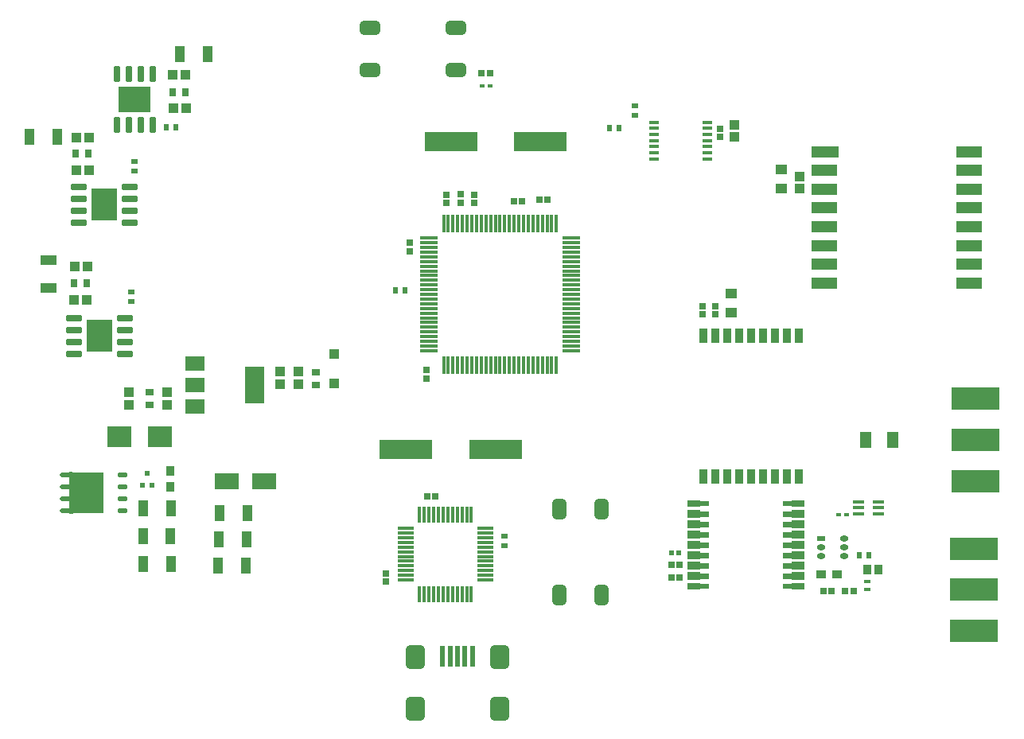
<source format=gtp>
G04*
G04 #@! TF.GenerationSoftware,Altium Limited,Altium Designer,24.10.1 (45)*
G04*
G04 Layer_Color=8421504*
%FSLAX25Y25*%
%MOIN*%
G70*
G04*
G04 #@! TF.SameCoordinates,2D4B152F-DA3A-4926-AC14-268B840A774E*
G04*
G04*
G04 #@! TF.FilePolarity,Positive*
G04*
G01*
G75*
%ADD20R,0.02268X0.02661*%
%ADD21R,0.04236X0.03842*%
%ADD22R,0.04236X0.01677*%
%ADD23R,0.02661X0.02268*%
%ADD24R,0.02819X0.02661*%
%ADD25R,0.19984X0.09315*%
%ADD26R,0.20299X0.09807*%
%ADD27R,0.05024X0.06795*%
%ADD28R,0.03700X0.06300*%
%ADD29R,0.21953X0.08173*%
%ADD30O,0.07386X0.01480*%
%ADD31O,0.01480X0.07386*%
%ADD32R,0.01480X0.06992*%
%ADD33R,0.06992X0.01480*%
%ADD34R,0.02661X0.02819*%
%ADD35R,0.02268X0.09158*%
%ADD36R,0.08173X0.15260*%
%ADD37R,0.08173X0.06205*%
G04:AMPARAMS|DCode=38|XSize=58.11mil|YSize=85.67mil|CornerRadius=15.28mil|HoleSize=0mil|Usage=FLASHONLY|Rotation=90.000|XOffset=0mil|YOffset=0mil|HoleType=Round|Shape=RoundedRectangle|*
%AMROUNDEDRECTD38*
21,1,0.05811,0.05512,0,0,90.0*
21,1,0.02756,0.08567,0,0,90.0*
1,1,0.03055,0.02756,0.01378*
1,1,0.03055,0.02756,-0.01378*
1,1,0.03055,-0.02756,-0.01378*
1,1,0.03055,-0.02756,0.01378*
%
%ADD38ROUNDEDRECTD38*%
%ADD39R,0.03842X0.04236*%
%ADD40R,0.05024X0.04236*%
%ADD41O,0.03449X0.02465*%
%ADD42R,0.03449X0.02465*%
%ADD43R,0.03449X0.03842*%
%ADD44R,0.01874X0.01480*%
%ADD45R,0.04899X0.01699*%
%ADD46R,0.02858X0.01677*%
%ADD47R,0.03842X0.03449*%
%ADD48R,0.01874X0.02268*%
%ADD49R,0.04433X0.06598*%
G04:AMPARAMS|DCode=50|XSize=64.02mil|YSize=26.61mil|CornerRadius=2.09mil|HoleSize=0mil|Usage=FLASHONLY|Rotation=180.000|XOffset=0mil|YOffset=0mil|HoleType=Round|Shape=RoundedRectangle|*
%AMROUNDEDRECTD50*
21,1,0.06402,0.02244,0,0,180.0*
21,1,0.05984,0.02661,0,0,180.0*
1,1,0.00417,-0.02992,0.01122*
1,1,0.00417,0.02992,0.01122*
1,1,0.00417,0.02992,-0.01122*
1,1,0.00417,-0.02992,-0.01122*
%
%ADD50ROUNDEDRECTD50*%
G04:AMPARAMS|DCode=51|XSize=64.02mil|YSize=26.61mil|CornerRadius=2.09mil|HoleSize=0mil|Usage=FLASHONLY|Rotation=90.000|XOffset=0mil|YOffset=0mil|HoleType=Round|Shape=RoundedRectangle|*
%AMROUNDEDRECTD51*
21,1,0.06402,0.02244,0,0,90.0*
21,1,0.05984,0.02661,0,0,90.0*
1,1,0.00417,0.01122,0.02992*
1,1,0.00417,0.01122,-0.02992*
1,1,0.00417,-0.01122,-0.02992*
1,1,0.00417,-0.01122,0.02992*
%
%ADD51ROUNDEDRECTD51*%
%ADD52R,0.06598X0.04433*%
%ADD53R,0.02858X0.03449*%
G04:AMPARAMS|DCode=54|XSize=81.73mil|YSize=101.42mil|CornerRadius=21.18mil|HoleSize=0mil|Usage=FLASHONLY|Rotation=0.000|XOffset=0mil|YOffset=0mil|HoleType=Round|Shape=RoundedRectangle|*
%AMROUNDEDRECTD54*
21,1,0.08173,0.05906,0,0,0.0*
21,1,0.03937,0.10142,0,0,0.0*
1,1,0.04236,0.01968,-0.02953*
1,1,0.04236,-0.01968,-0.02953*
1,1,0.04236,-0.01968,0.02953*
1,1,0.04236,0.01968,0.02953*
%
%ADD54ROUNDEDRECTD54*%
%ADD55R,0.03449X0.02858*%
%ADD56R,0.04039X0.03842*%
%ADD57R,0.09945X0.08764*%
%ADD58R,0.01874X0.02307*%
%ADD59R,0.10142X0.06992*%
%ADD60O,0.04236X0.02268*%
%ADD61O,0.05811X0.02268*%
%ADD62R,0.10535X0.04630*%
%ADD63R,0.11323X0.04630*%
G04:AMPARAMS|DCode=64|XSize=58.11mil|YSize=85.67mil|CornerRadius=15.28mil|HoleSize=0mil|Usage=FLASHONLY|Rotation=180.000|XOffset=0mil|YOffset=0mil|HoleType=Round|Shape=RoundedRectangle|*
%AMROUNDEDRECTD64*
21,1,0.05811,0.05512,0,0,180.0*
21,1,0.02756,0.08567,0,0,180.0*
1,1,0.03055,-0.01378,0.02756*
1,1,0.03055,0.01378,0.02756*
1,1,0.03055,0.01378,-0.02756*
1,1,0.03055,-0.01378,-0.02756*
%
%ADD64ROUNDEDRECTD64*%
G36*
X67421Y259429D02*
X54035D01*
Y270098D01*
X67421D01*
Y259429D01*
D02*
G37*
G36*
X53268Y213878D02*
X42598D01*
Y227264D01*
X53268D01*
Y213878D01*
D02*
G37*
G36*
X51398Y158957D02*
X40728D01*
Y172343D01*
X51398D01*
Y158957D01*
D02*
G37*
G36*
X341437Y93898D02*
X335925D01*
Y94291D01*
X332382D01*
Y96260D01*
X335925D01*
Y96654D01*
X341437D01*
Y93898D01*
D02*
G37*
G36*
X297736Y96260D02*
X301279D01*
Y94291D01*
X297736D01*
Y93898D01*
X292224D01*
Y96654D01*
X297736D01*
Y96260D01*
D02*
G37*
G36*
X34558Y108594D02*
X34569Y108594D01*
X34573Y108593D01*
X34577Y108592D01*
X34587Y108589D01*
X34598Y108586D01*
X34601Y108585D01*
X34605Y108584D01*
X34615Y108579D01*
X34624Y108574D01*
X34628Y108572D01*
X34631Y108570D01*
X34639Y108563D01*
X34648Y108556D01*
X34738Y108475D01*
X34935Y108343D01*
X35151Y108254D01*
X35384Y108207D01*
X35501Y108202D01*
X47539D01*
X47569Y108199D01*
X47597Y108190D01*
X47623Y108176D01*
X47646Y108158D01*
X47664Y108135D01*
X47678Y108109D01*
X47687Y108080D01*
X47690Y108051D01*
Y91516D01*
X47687Y91486D01*
X47678Y91458D01*
X47664Y91432D01*
X47646Y91409D01*
X47623Y91391D01*
X47597Y91377D01*
X47569Y91368D01*
X47539Y91365D01*
X35501D01*
X35384Y91360D01*
X35151Y91313D01*
X34935Y91224D01*
X34738Y91092D01*
X34648Y91011D01*
X34639Y91004D01*
X34631Y90997D01*
X34628Y90995D01*
X34624Y90993D01*
X34615Y90988D01*
X34605Y90983D01*
X34601Y90982D01*
X34598Y90980D01*
X34587Y90978D01*
X34577Y90975D01*
X34573Y90974D01*
X34569Y90973D01*
X34558Y90973D01*
X34547Y90972D01*
X33366Y90972D01*
X33337Y90975D01*
X33309Y90983D01*
X33283Y90997D01*
X33260Y91016D01*
X33241Y91039D01*
X33227Y91065D01*
X33219Y91093D01*
X33216Y91122D01*
Y108445D01*
X33219Y108474D01*
X33227Y108502D01*
X33241Y108528D01*
X33260Y108551D01*
X33283Y108570D01*
X33309Y108584D01*
X33337Y108592D01*
X33366Y108595D01*
X34547D01*
X34558Y108594D01*
D02*
G37*
G36*
X341437Y89370D02*
X335925D01*
Y89764D01*
X332382D01*
Y92126D01*
X335925D01*
Y92520D01*
X341437D01*
Y89370D01*
D02*
G37*
G36*
X297736Y92126D02*
X301279D01*
Y89764D01*
X297736D01*
Y89370D01*
X292224D01*
Y92520D01*
X297736D01*
Y92126D01*
D02*
G37*
G36*
X341437Y85039D02*
X335925D01*
Y85433D01*
X332382D01*
Y87795D01*
X335925D01*
Y88189D01*
X341437D01*
Y85039D01*
D02*
G37*
G36*
X297736Y87795D02*
X301279D01*
Y85433D01*
X297736D01*
Y85039D01*
X292224D01*
Y88189D01*
X297736D01*
Y87795D01*
D02*
G37*
G36*
X341437Y80709D02*
X335925D01*
Y81102D01*
X332382D01*
Y83465D01*
X335925D01*
Y83858D01*
X341437D01*
Y80709D01*
D02*
G37*
G36*
X297736Y83465D02*
X301279D01*
Y81102D01*
X297736D01*
Y80709D01*
X292224D01*
Y83858D01*
X297736D01*
Y83465D01*
D02*
G37*
G36*
X341437Y76378D02*
X335925D01*
Y76772D01*
X332382D01*
Y79134D01*
X335925D01*
Y79528D01*
X341437D01*
Y76378D01*
D02*
G37*
G36*
X297736Y79134D02*
X301279D01*
Y76772D01*
X297736D01*
Y76378D01*
X292224D01*
Y79528D01*
X297736D01*
Y79134D01*
D02*
G37*
G36*
X341437Y72047D02*
X335925D01*
Y72441D01*
X332382D01*
Y74803D01*
X335925D01*
Y75197D01*
X341437D01*
Y72047D01*
D02*
G37*
G36*
X297736Y74803D02*
X301279D01*
Y72441D01*
X297736D01*
Y72047D01*
X292224D01*
Y75197D01*
X297736D01*
Y74803D01*
D02*
G37*
G36*
X341437Y67717D02*
X335925D01*
Y68110D01*
X332382D01*
Y70473D01*
X335925D01*
Y70866D01*
X341437D01*
Y67717D01*
D02*
G37*
G36*
X297736Y70473D02*
X301279D01*
Y68110D01*
X297736D01*
Y67717D01*
X292224D01*
Y70866D01*
X297736D01*
Y70473D01*
D02*
G37*
G36*
X341437Y63386D02*
X335925D01*
Y63780D01*
X332382D01*
Y66142D01*
X335925D01*
Y66536D01*
X341437D01*
Y63386D01*
D02*
G37*
G36*
X297736Y66142D02*
X301279D01*
Y63780D01*
X297736D01*
Y63386D01*
X292224D01*
Y66536D01*
X297736D01*
Y66142D01*
D02*
G37*
G36*
X341437Y59252D02*
X335925D01*
Y59646D01*
X332382D01*
Y61614D01*
X335925D01*
Y62008D01*
X341437D01*
Y59252D01*
D02*
G37*
G36*
X297736Y61614D02*
X301279D01*
Y59646D01*
X297736D01*
Y59252D01*
X292224D01*
Y62008D01*
X297736D01*
Y61614D01*
D02*
G37*
D20*
X259646Y252559D02*
D03*
X263583D02*
D03*
X174016Y184744D02*
D03*
X170079D02*
D03*
X368307Y73524D02*
D03*
X364370D02*
D03*
X77854Y253051D02*
D03*
X73917D02*
D03*
D21*
X311811Y254134D02*
D03*
Y248819D02*
D03*
X339272Y232480D02*
D03*
Y227165D02*
D03*
X58366Y136516D02*
D03*
Y141831D02*
D03*
X129232Y145177D02*
D03*
Y150492D02*
D03*
X121752Y145177D02*
D03*
Y150492D02*
D03*
X74409Y136516D02*
D03*
Y141831D02*
D03*
D22*
X278248Y255118D02*
D03*
Y252559D02*
D03*
Y250000D02*
D03*
Y247441D02*
D03*
Y244882D02*
D03*
Y242323D02*
D03*
Y239764D02*
D03*
X300492D02*
D03*
Y242323D02*
D03*
Y244882D02*
D03*
Y247441D02*
D03*
Y250000D02*
D03*
Y252559D02*
D03*
Y255118D02*
D03*
D23*
X270374Y261909D02*
D03*
Y257972D02*
D03*
X60532Y238484D02*
D03*
Y234547D02*
D03*
X215650Y77658D02*
D03*
Y81595D02*
D03*
X59153Y184055D02*
D03*
Y180118D02*
D03*
D24*
X306102Y248957D02*
D03*
Y252421D02*
D03*
X166043Y62539D02*
D03*
Y66004D02*
D03*
X303937Y178110D02*
D03*
Y174646D02*
D03*
X298622Y178012D02*
D03*
Y174547D02*
D03*
X182972Y147776D02*
D03*
Y151240D02*
D03*
X175886Y204587D02*
D03*
Y201122D02*
D03*
X191240Y224764D02*
D03*
Y221299D02*
D03*
X197244Y224921D02*
D03*
Y221457D02*
D03*
X203051Y224665D02*
D03*
Y221201D02*
D03*
D25*
X412402Y59153D02*
D03*
X412992Y122047D02*
D03*
D26*
X412402Y76407D02*
D03*
Y41898D02*
D03*
X412992Y139301D02*
D03*
Y104791D02*
D03*
D27*
X378150Y122047D02*
D03*
X367126D02*
D03*
D28*
X338898Y165770D02*
D03*
X333898D02*
D03*
X328898D02*
D03*
X323898D02*
D03*
X318898D02*
D03*
X313898D02*
D03*
X308898D02*
D03*
X303898D02*
D03*
X298898D02*
D03*
Y106670D02*
D03*
X303898D02*
D03*
X308898D02*
D03*
X313898D02*
D03*
X318898D02*
D03*
X323898D02*
D03*
X328898D02*
D03*
X333898D02*
D03*
X338898D02*
D03*
D29*
X174409Y117913D02*
D03*
X211811D02*
D03*
X230709Y246949D02*
D03*
X193307D02*
D03*
D30*
X243504Y206594D02*
D03*
Y204626D02*
D03*
Y202658D02*
D03*
Y200689D02*
D03*
Y198721D02*
D03*
Y196752D02*
D03*
Y194783D02*
D03*
Y192815D02*
D03*
Y190847D02*
D03*
Y188878D02*
D03*
Y186909D02*
D03*
Y184941D02*
D03*
Y182973D02*
D03*
Y181004D02*
D03*
Y179035D02*
D03*
Y177067D02*
D03*
Y175099D02*
D03*
Y173130D02*
D03*
Y171161D02*
D03*
Y169193D02*
D03*
Y167224D02*
D03*
Y165256D02*
D03*
Y163287D02*
D03*
Y161319D02*
D03*
Y159350D02*
D03*
X184055D02*
D03*
Y161319D02*
D03*
Y163287D02*
D03*
Y165256D02*
D03*
Y167224D02*
D03*
Y169193D02*
D03*
Y171161D02*
D03*
Y173130D02*
D03*
Y175099D02*
D03*
Y177067D02*
D03*
Y179035D02*
D03*
Y181004D02*
D03*
Y182973D02*
D03*
Y184941D02*
D03*
Y186909D02*
D03*
Y188878D02*
D03*
Y190847D02*
D03*
Y192815D02*
D03*
Y194783D02*
D03*
Y196752D02*
D03*
Y198721D02*
D03*
Y200689D02*
D03*
Y202658D02*
D03*
Y204626D02*
D03*
Y206594D02*
D03*
D31*
X237402Y153248D02*
D03*
X235433D02*
D03*
X233465D02*
D03*
X231496D02*
D03*
X229528D02*
D03*
X227559D02*
D03*
X225590D02*
D03*
X223622D02*
D03*
X221654D02*
D03*
X219685D02*
D03*
X217717D02*
D03*
X215748D02*
D03*
X213779D02*
D03*
X211811D02*
D03*
X209842D02*
D03*
X207874D02*
D03*
X205906D02*
D03*
X203937D02*
D03*
X201969D02*
D03*
X200000D02*
D03*
X198031D02*
D03*
X196063D02*
D03*
X194095D02*
D03*
X192126D02*
D03*
X190157D02*
D03*
Y212697D02*
D03*
X192126D02*
D03*
X194095D02*
D03*
X196063D02*
D03*
X198031D02*
D03*
X200000D02*
D03*
X201969D02*
D03*
X203937D02*
D03*
X205906D02*
D03*
X207874D02*
D03*
X209842D02*
D03*
X211811D02*
D03*
X213779D02*
D03*
X215748D02*
D03*
X217717D02*
D03*
X219685D02*
D03*
X221654D02*
D03*
X223622D02*
D03*
X225590D02*
D03*
X227559D02*
D03*
X229528D02*
D03*
X231496D02*
D03*
X233465D02*
D03*
X235433D02*
D03*
X237402D02*
D03*
D32*
X201772Y90799D02*
D03*
X199803D02*
D03*
X197835D02*
D03*
X195866D02*
D03*
X193898D02*
D03*
X191929D02*
D03*
X189961D02*
D03*
X187992D02*
D03*
X186024D02*
D03*
X184055D02*
D03*
X182087D02*
D03*
X180118D02*
D03*
Y57429D02*
D03*
X182087D02*
D03*
X184055D02*
D03*
X186024D02*
D03*
X187992D02*
D03*
X189961D02*
D03*
X191929D02*
D03*
X193898D02*
D03*
X195866D02*
D03*
X197835D02*
D03*
X199803D02*
D03*
X201772D02*
D03*
D33*
X174260Y84941D02*
D03*
Y82973D02*
D03*
Y81004D02*
D03*
Y79036D02*
D03*
Y77067D02*
D03*
Y75098D02*
D03*
Y73130D02*
D03*
Y71161D02*
D03*
Y69193D02*
D03*
Y67224D02*
D03*
Y65256D02*
D03*
Y63287D02*
D03*
X207630D02*
D03*
Y65256D02*
D03*
Y67224D02*
D03*
Y69193D02*
D03*
Y71161D02*
D03*
Y73130D02*
D03*
Y75098D02*
D03*
Y77067D02*
D03*
Y79036D02*
D03*
Y81004D02*
D03*
Y82973D02*
D03*
Y84941D02*
D03*
D34*
X183307Y98228D02*
D03*
X186772D02*
D03*
X361811Y58662D02*
D03*
X358347D02*
D03*
X352756Y58760D02*
D03*
X349291D02*
D03*
X285472Y69488D02*
D03*
X288937D02*
D03*
X285472Y64272D02*
D03*
X288937D02*
D03*
X222992Y222146D02*
D03*
X219528D02*
D03*
X233681Y222638D02*
D03*
X230217D02*
D03*
X209547Y275787D02*
D03*
X206083D02*
D03*
D35*
X192815Y31299D02*
D03*
X195965D02*
D03*
X189665D02*
D03*
X199114D02*
D03*
X202264D02*
D03*
D36*
X110925Y145079D02*
D03*
D37*
X86122Y136024D02*
D03*
Y145079D02*
D03*
Y154134D02*
D03*
D38*
X195177Y294587D02*
D03*
Y276870D02*
D03*
X159350D02*
D03*
Y294587D02*
D03*
D39*
X41732Y248721D02*
D03*
X36417D02*
D03*
X76968Y260827D02*
D03*
X82284D02*
D03*
X40551Y180512D02*
D03*
X35236D02*
D03*
X40945Y194685D02*
D03*
X35630D02*
D03*
X41732Y235138D02*
D03*
X36417D02*
D03*
X82087Y274902D02*
D03*
X76772D02*
D03*
D40*
X310728Y175295D02*
D03*
Y183169D02*
D03*
X331693Y227362D02*
D03*
Y235236D02*
D03*
D41*
X357874Y80807D02*
D03*
Y77067D02*
D03*
Y73327D02*
D03*
X348425D02*
D03*
Y77067D02*
D03*
D42*
Y80807D02*
D03*
D43*
X367520Y67815D02*
D03*
X372441D02*
D03*
X75689Y102362D02*
D03*
Y109055D02*
D03*
D44*
X355512Y90650D02*
D03*
X359055D02*
D03*
X209744Y270374D02*
D03*
X206201D02*
D03*
D45*
X372309Y90904D02*
D03*
Y93504D02*
D03*
Y96104D02*
D03*
X364109D02*
D03*
Y93504D02*
D03*
Y90904D02*
D03*
D46*
X367618Y59252D02*
D03*
Y62598D02*
D03*
D47*
X348327Y65551D02*
D03*
X355020D02*
D03*
D48*
X288681Y74508D02*
D03*
X285531D02*
D03*
D49*
X91339Y283760D02*
D03*
X79724D02*
D03*
X28346Y248819D02*
D03*
X16732D02*
D03*
X75886Y93405D02*
D03*
X64272D02*
D03*
X75787Y81791D02*
D03*
X64173D02*
D03*
X75886Y69882D02*
D03*
X64272D02*
D03*
X96260Y91339D02*
D03*
X107874D02*
D03*
X95965Y80413D02*
D03*
X107579D02*
D03*
X95768Y69390D02*
D03*
X107382D02*
D03*
D50*
X35433Y158150D02*
D03*
Y163150D02*
D03*
Y168150D02*
D03*
Y173150D02*
D03*
X56693D02*
D03*
Y168150D02*
D03*
Y163150D02*
D03*
Y158150D02*
D03*
X37303Y213071D02*
D03*
Y218071D02*
D03*
Y223071D02*
D03*
Y228071D02*
D03*
X58563D02*
D03*
Y223071D02*
D03*
Y218071D02*
D03*
Y213071D02*
D03*
D51*
X53228Y275394D02*
D03*
X58228D02*
D03*
X63228D02*
D03*
X68228D02*
D03*
Y254134D02*
D03*
X63228D02*
D03*
X58228D02*
D03*
X53228D02*
D03*
D52*
X24705Y197244D02*
D03*
Y185630D02*
D03*
D53*
X35335Y187598D02*
D03*
X40650D02*
D03*
X36122Y242028D02*
D03*
X41437D02*
D03*
X76673Y267815D02*
D03*
X81988D02*
D03*
D54*
X178445Y30925D02*
D03*
Y9469D02*
D03*
X213484D02*
D03*
Y30925D02*
D03*
D55*
X66929Y141831D02*
D03*
Y136516D02*
D03*
X136614Y150197D02*
D03*
Y144882D02*
D03*
D56*
X144193Y145622D02*
D03*
Y158024D02*
D03*
D57*
X71358Y123228D02*
D03*
X54429D02*
D03*
D58*
X63976Y102854D02*
D03*
X67913D02*
D03*
X65945Y107972D02*
D03*
D59*
X115059Y104626D02*
D03*
X99311D02*
D03*
D60*
X55610Y92283D02*
D03*
Y97284D02*
D03*
Y102284D02*
D03*
Y107283D02*
D03*
D61*
X32382D02*
D03*
Y102284D02*
D03*
Y97284D02*
D03*
Y92283D02*
D03*
D62*
X410236Y242815D02*
D03*
Y234941D02*
D03*
Y227067D02*
D03*
Y219193D02*
D03*
Y211319D02*
D03*
Y203445D02*
D03*
Y195571D02*
D03*
Y187697D02*
D03*
X349606D02*
D03*
Y195571D02*
D03*
Y203445D02*
D03*
Y211319D02*
D03*
Y219193D02*
D03*
Y227067D02*
D03*
Y234941D02*
D03*
D63*
X350000Y242815D02*
D03*
D64*
X238484Y92913D02*
D03*
X256201D02*
D03*
Y57087D02*
D03*
X238484D02*
D03*
M02*

</source>
